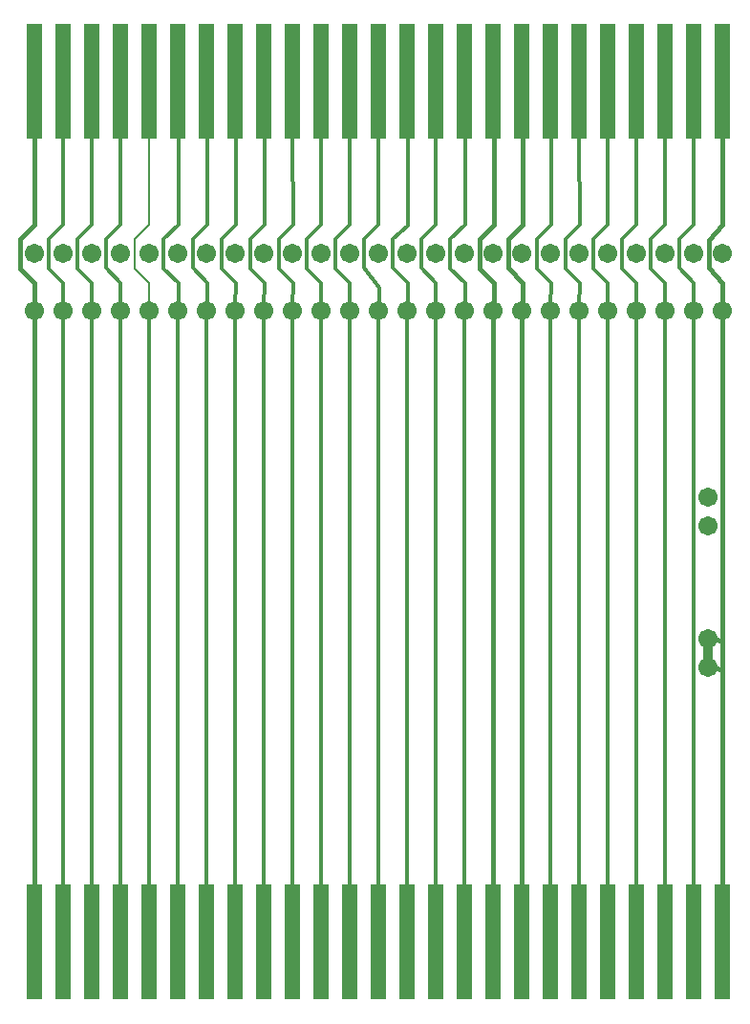
<source format=gbl>
G04 MADE WITH FRITZING*
G04 WWW.FRITZING.ORG*
G04 DOUBLE SIDED*
G04 HOLES PLATED*
G04 CONTOUR ON CENTER OF CONTOUR VECTOR*
%ASAXBY*%
%FSLAX23Y23*%
%MOIN*%
%OFA0B0*%
%SFA1.0B1.0*%
%ADD10C,0.067559*%
%ADD11R,0.055000X0.400000*%
%ADD12C,0.018000*%
%ADD13C,0.032000*%
%ADD14C,0.012000*%
%ADD15C,0.008000*%
%ADD16R,0.001000X0.001000*%
%LNCOPPER0*%
G90*
G70*
G54D10*
X2430Y1291D03*
X2430Y1191D03*
X2430Y1782D03*
X2430Y1682D03*
X2482Y2632D03*
X2382Y2632D03*
X2282Y2632D03*
X2182Y2632D03*
X2082Y2632D03*
X1982Y2632D03*
X1882Y2632D03*
X1782Y2632D03*
X1682Y2632D03*
X1582Y2632D03*
X1482Y2632D03*
X1382Y2632D03*
X1282Y2632D03*
X1182Y2632D03*
X1082Y2632D03*
X982Y2632D03*
X882Y2632D03*
X782Y2632D03*
X682Y2632D03*
X582Y2632D03*
X482Y2632D03*
X382Y2632D03*
X282Y2632D03*
X182Y2632D03*
X82Y2632D03*
X2482Y2632D03*
X2382Y2632D03*
X2282Y2632D03*
X2182Y2632D03*
X2082Y2632D03*
X1982Y2632D03*
X1882Y2632D03*
X1782Y2632D03*
X1682Y2632D03*
X1582Y2632D03*
X1482Y2632D03*
X1382Y2632D03*
X1282Y2632D03*
X1182Y2632D03*
X1082Y2632D03*
X982Y2632D03*
X882Y2632D03*
X782Y2632D03*
X682Y2632D03*
X582Y2632D03*
X482Y2632D03*
X382Y2632D03*
X282Y2632D03*
X182Y2632D03*
X82Y2632D03*
X2482Y2432D03*
X2382Y2432D03*
X2282Y2432D03*
X2182Y2432D03*
X2082Y2432D03*
X1982Y2432D03*
X1882Y2432D03*
X1782Y2432D03*
X1682Y2432D03*
X1582Y2432D03*
X1482Y2432D03*
X1382Y2432D03*
X1282Y2432D03*
X1182Y2432D03*
X1082Y2432D03*
X982Y2432D03*
X882Y2432D03*
X782Y2432D03*
X682Y2432D03*
X582Y2432D03*
X482Y2432D03*
X382Y2432D03*
X282Y2432D03*
X182Y2432D03*
X82Y2432D03*
X2482Y2432D03*
X2382Y2432D03*
X2282Y2432D03*
X2182Y2432D03*
X2082Y2432D03*
X1982Y2432D03*
X1882Y2432D03*
X1782Y2432D03*
X1682Y2432D03*
X1582Y2432D03*
X1482Y2432D03*
X1382Y2432D03*
X1282Y2432D03*
X1182Y2432D03*
X1082Y2432D03*
X982Y2432D03*
X882Y2432D03*
X782Y2432D03*
X682Y2432D03*
X582Y2432D03*
X482Y2432D03*
X382Y2432D03*
X282Y2432D03*
X182Y2432D03*
X82Y2432D03*
G54D11*
X2482Y232D03*
X2382Y232D03*
X2282Y232D03*
X2182Y232D03*
X2082Y232D03*
X1982Y232D03*
X1882Y232D03*
X1782Y232D03*
X1682Y232D03*
X1582Y232D03*
X1482Y232D03*
X1382Y232D03*
X1282Y232D03*
X1182Y232D03*
X1082Y232D03*
X982Y232D03*
X882Y232D03*
X782Y232D03*
X682Y232D03*
X582Y232D03*
X482Y232D03*
X382Y232D03*
X282Y232D03*
X182Y232D03*
X82Y232D03*
X2482Y3232D03*
X2382Y3232D03*
X2282Y3232D03*
X2182Y3232D03*
X2082Y3232D03*
X1982Y3232D03*
X1882Y3232D03*
X1782Y3232D03*
X1682Y3232D03*
X1582Y3232D03*
X1482Y3232D03*
X1382Y3232D03*
X1282Y3232D03*
X1182Y3232D03*
X1082Y3232D03*
X982Y3232D03*
X882Y3232D03*
X782Y3232D03*
X682Y3232D03*
X582Y3232D03*
X482Y3232D03*
X382Y3232D03*
X282Y3232D03*
X182Y3232D03*
X82Y3232D03*
G54D12*
X2482Y1183D02*
X2455Y1187D01*
D02*
X2482Y426D02*
X2482Y1183D01*
G54D13*
D02*
X2430Y1260D02*
X2430Y1221D01*
G54D12*
D02*
X2482Y1283D02*
X2455Y1287D01*
D02*
X2482Y426D02*
X2482Y1283D01*
D02*
X2482Y2407D02*
X2482Y426D01*
D02*
X2482Y2457D02*
X2482Y2531D01*
D02*
X2482Y2733D02*
X2482Y3037D01*
D02*
X2434Y2582D02*
X2434Y2681D01*
D02*
X2482Y2531D02*
X2434Y2582D01*
D02*
X2434Y2681D02*
X2482Y2733D01*
G54D14*
D02*
X2382Y2413D02*
X2382Y426D01*
D02*
X2332Y2683D02*
X2382Y2733D01*
D02*
X2382Y2733D02*
X2382Y3037D01*
D02*
X2382Y2531D02*
X2332Y2583D01*
D02*
X2332Y2583D02*
X2332Y2683D01*
D02*
X2382Y2451D02*
X2382Y2531D01*
D02*
X2282Y2531D02*
X2232Y2581D01*
D02*
X2282Y2733D02*
X2282Y3037D01*
D02*
X2232Y2683D02*
X2282Y2733D01*
D02*
X2232Y2581D02*
X2232Y2683D01*
D02*
X2282Y2451D02*
X2282Y2531D01*
D02*
X2182Y2531D02*
X2182Y2451D01*
D02*
X2132Y2581D02*
X2182Y2531D01*
D02*
X2182Y2733D02*
X2132Y2683D01*
D02*
X2132Y2683D02*
X2132Y2581D01*
D02*
X2182Y3037D02*
X2182Y2733D01*
D02*
X2082Y2531D02*
X2082Y2451D01*
D02*
X2032Y2581D02*
X2082Y2531D01*
D02*
X2082Y2733D02*
X2032Y2683D01*
D02*
X2032Y2683D02*
X2032Y2581D01*
D02*
X2082Y3037D02*
X2082Y2733D01*
D02*
X1983Y2531D02*
X1982Y2451D01*
D02*
X1933Y2581D02*
X1983Y2531D01*
D02*
X1983Y2733D02*
X1933Y2683D01*
D02*
X1933Y2683D02*
X1933Y2581D01*
D02*
X1982Y3037D02*
X1983Y2733D01*
D02*
X1883Y2531D02*
X1882Y2451D01*
D02*
X1833Y2581D02*
X1883Y2531D01*
D02*
X1883Y2733D02*
X1833Y2683D01*
D02*
X1833Y2683D02*
X1833Y2581D01*
D02*
X1883Y3037D02*
X1883Y2733D01*
G54D12*
D02*
X1783Y2531D02*
X1783Y2457D01*
D02*
X1783Y2733D02*
X1733Y2683D01*
D02*
X1733Y2583D02*
X1783Y2531D01*
D02*
X1733Y2683D02*
X1733Y2583D01*
D02*
X1783Y3037D02*
X1783Y2733D01*
D02*
X1683Y2531D02*
X1683Y2457D01*
D02*
X1633Y2581D02*
X1683Y2531D01*
D02*
X1683Y2733D02*
X1633Y2683D01*
D02*
X1633Y2683D02*
X1633Y2581D01*
D02*
X1683Y3037D02*
X1683Y2733D01*
G54D14*
D02*
X1583Y2531D02*
X1583Y2451D01*
D02*
X1531Y2581D02*
X1583Y2531D01*
D02*
X1583Y2733D02*
X1531Y2683D01*
D02*
X1531Y2683D02*
X1531Y2581D01*
D02*
X1583Y3037D02*
X1583Y2733D01*
D02*
X1481Y2531D02*
X1482Y2451D01*
D02*
X1432Y2583D02*
X1481Y2531D01*
D02*
X1481Y2733D02*
X1432Y2683D01*
D02*
X1432Y2683D02*
X1432Y2583D01*
D02*
X1482Y3037D02*
X1481Y2733D01*
D02*
X1285Y2514D02*
X1283Y2451D01*
D02*
X1232Y2583D02*
X1285Y2514D01*
D02*
X1282Y2733D02*
X1232Y2683D01*
D02*
X1232Y2683D02*
X1232Y2583D01*
D02*
X1282Y3037D02*
X1282Y2733D01*
D02*
X1182Y2531D02*
X1182Y2451D01*
D02*
X1132Y2581D02*
X1182Y2531D01*
D02*
X1182Y2733D02*
X1132Y2683D01*
D02*
X1132Y2683D02*
X1132Y2581D01*
D02*
X1182Y3037D02*
X1182Y2733D01*
D02*
X1082Y2531D02*
X1082Y2451D01*
D02*
X1032Y2581D02*
X1082Y2531D01*
D02*
X1082Y2733D02*
X1032Y2683D01*
D02*
X1032Y2683D02*
X1032Y2581D01*
D02*
X1082Y3037D02*
X1082Y2733D01*
D02*
X983Y2531D02*
X982Y2451D01*
D02*
X933Y2581D02*
X983Y2531D01*
D02*
X983Y2733D02*
X933Y2683D01*
D02*
X933Y2683D02*
X933Y2581D01*
D02*
X982Y3037D02*
X983Y2733D01*
D02*
X883Y2531D02*
X882Y2451D01*
D02*
X833Y2581D02*
X883Y2531D01*
D02*
X883Y2733D02*
X833Y2683D01*
D02*
X833Y2683D02*
X833Y2581D01*
D02*
X883Y3037D02*
X883Y2733D01*
D02*
X783Y2531D02*
X782Y2451D01*
D02*
X733Y2581D02*
X783Y2531D01*
D02*
X783Y2733D02*
X733Y2683D01*
D02*
X733Y2683D02*
X733Y2581D01*
D02*
X783Y3037D02*
X783Y2733D01*
D02*
X633Y2583D02*
X683Y2531D01*
D02*
X683Y2531D02*
X683Y2451D01*
D02*
X683Y2733D02*
X633Y2683D01*
D02*
X633Y2683D02*
X633Y2583D01*
D02*
X683Y3037D02*
X683Y2733D01*
D02*
X583Y2531D02*
X583Y2451D01*
D02*
X531Y2581D02*
X583Y2531D01*
D02*
X583Y2733D02*
X531Y2683D01*
D02*
X531Y2683D02*
X531Y2581D01*
D02*
X583Y3037D02*
X583Y2733D01*
G54D15*
D02*
X481Y2531D02*
X482Y2451D01*
D02*
X432Y2581D02*
X481Y2531D01*
D02*
X481Y2733D02*
X432Y2683D01*
D02*
X432Y2683D02*
X432Y2581D01*
D02*
X482Y3037D02*
X481Y2733D01*
G54D14*
D02*
X382Y2531D02*
X382Y2451D01*
D02*
X332Y2583D02*
X382Y2531D01*
D02*
X382Y2733D02*
X332Y2683D01*
D02*
X332Y2683D02*
X332Y2583D01*
D02*
X382Y3037D02*
X382Y2733D01*
D02*
X282Y2531D02*
X282Y2451D01*
D02*
X232Y2581D02*
X282Y2531D01*
D02*
X282Y2733D02*
X232Y2683D01*
D02*
X232Y2683D02*
X232Y2581D01*
D02*
X282Y3037D02*
X282Y2733D01*
D02*
X182Y2531D02*
X182Y2451D01*
D02*
X132Y2581D02*
X182Y2531D01*
D02*
X182Y2733D02*
X132Y2683D01*
D02*
X132Y2683D02*
X132Y2581D01*
D02*
X182Y3037D02*
X182Y2733D01*
G54D12*
D02*
X82Y2531D02*
X82Y2457D01*
D02*
X82Y2733D02*
X32Y2683D01*
D02*
X32Y2581D02*
X82Y2531D01*
D02*
X32Y2683D02*
X32Y2581D01*
D02*
X82Y3037D02*
X82Y2733D01*
G54D14*
D02*
X2282Y426D02*
X2282Y2413D01*
D02*
X2182Y426D02*
X2182Y2413D01*
D02*
X2082Y426D02*
X2082Y2413D01*
D02*
X1982Y426D02*
X1982Y2413D01*
D02*
X1882Y2413D02*
X1882Y426D01*
G54D12*
D02*
X1782Y426D02*
X1782Y2407D01*
D02*
X1682Y2407D02*
X1682Y426D01*
G54D14*
D02*
X1582Y426D02*
X1582Y2413D01*
D02*
X1482Y2413D02*
X1482Y426D01*
D02*
X1182Y426D02*
X1182Y2413D01*
D02*
X1082Y2413D02*
X1082Y426D01*
D02*
X982Y426D02*
X982Y2413D01*
D02*
X882Y2413D02*
X882Y426D01*
D02*
X782Y426D02*
X782Y2413D01*
D02*
X682Y2413D02*
X682Y426D01*
D02*
X582Y426D02*
X582Y2413D01*
D02*
X482Y2413D02*
X482Y426D01*
D02*
X382Y426D02*
X382Y2413D01*
D02*
X282Y2413D02*
X282Y426D01*
D02*
X182Y426D02*
X182Y2413D01*
G54D12*
D02*
X82Y2407D02*
X82Y426D01*
G54D14*
D02*
X1382Y426D02*
X1382Y2413D01*
D02*
X1282Y426D02*
X1282Y2413D01*
D02*
X1384Y2531D02*
X1332Y2583D01*
D02*
X1332Y2583D02*
X1332Y2682D01*
D02*
X1384Y2731D02*
X1383Y3037D01*
D02*
X1332Y2682D02*
X1384Y2731D01*
D02*
X1383Y2451D02*
X1384Y2531D01*
G54D16*
D02*
G04 End of Copper0*
M02*
</source>
